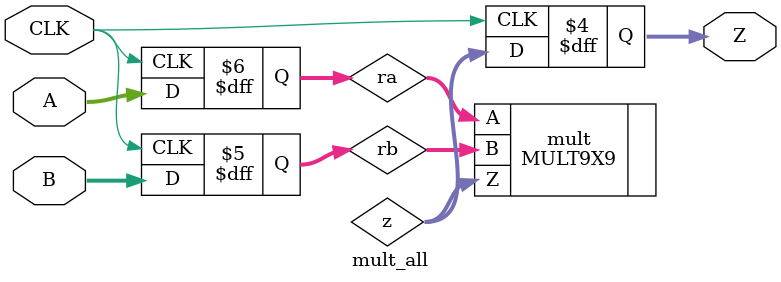
<source format=v>
module mult_ireg (
    input  wire        CLK,
    input  wire [ 8:0] A,
    input  wire [ 8:0] B,
    output wire [17:0] Z
);

    reg [8:0] ra;
    always @(posedge CLK)
        ra <= A;

    MULT9X9 # (
        .REGINPUTA("BYPASS"),
        .REGINPUTB("BYPASS"),
        .REGOUTPUT("BYPASS")
    ) mult (
        .A (ra),
        .B (B),
        .Z (Z)
    );

endmodule

module mult_oreg (
    input  wire        CLK,
    input  wire [ 8:0] A,
    input  wire [ 8:0] B,
    output reg  [17:0] Z
);

    reg [17:0] z;
    always @(posedge CLK)
        Z <= z;

    MULT9X9 # (
        .REGINPUTA("BYPASS"),
        .REGINPUTB("BYPASS"),
        .REGOUTPUT("BYPASS")
    ) mult (
        .A (A),
        .B (B),
        .Z (z)
    );

endmodule

module mult_all (
    input  wire        CLK,
    input  wire [ 8:0] A,
    input  wire [ 8:0] B,
    output reg  [17:0] Z
);

    reg [8:0] ra;
    always @(posedge CLK)
        ra <= A;

    reg [8:0] rb;
    always @(posedge CLK)
        rb <= B;

    reg [17:0] z;
    always @(posedge CLK)
        Z <= z;

    MULT9X9 # (
        .REGINPUTA("BYPASS"),
        .REGINPUTB("BYPASS"),
        .REGOUTPUT("BYPASS")
    ) mult (
        .A (ra),
        .B (rb),
        .Z (z)
    );

endmodule

</source>
